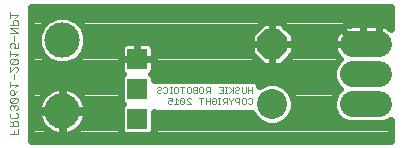
<source format=gbl>
G75*
%MOIN*%
%OFA0B0*%
%FSLAX25Y25*%
%IPPOS*%
%LPD*%
%AMOC8*
5,1,8,0,0,1.08239X$1,22.5*
%
%ADD10C,0.00300*%
%ADD11R,0.06600X0.06600*%
%ADD12C,0.10000*%
%ADD13OC8,0.10000*%
%ADD14C,0.11811*%
%ADD15C,0.08600*%
%ADD16C,0.02400*%
%ADD17C,0.03569*%
D10*
X0007350Y0007350D02*
X0009852Y0007350D01*
X0009852Y0009018D01*
X0008601Y0008184D02*
X0008601Y0007350D01*
X0008184Y0009928D02*
X0008184Y0011179D01*
X0008601Y0011596D01*
X0009435Y0011596D01*
X0009852Y0011179D01*
X0009852Y0009928D01*
X0007350Y0009928D01*
X0008184Y0010762D02*
X0007350Y0011596D01*
X0007767Y0012506D02*
X0007350Y0012923D01*
X0007350Y0013757D01*
X0007767Y0014174D01*
X0007767Y0015085D02*
X0007350Y0015502D01*
X0007350Y0016336D01*
X0007767Y0016753D01*
X0008184Y0016753D01*
X0008601Y0016336D01*
X0008601Y0015919D01*
X0008601Y0016336D02*
X0009018Y0016753D01*
X0009435Y0016753D01*
X0009852Y0016336D01*
X0009852Y0015502D01*
X0009435Y0015085D01*
X0009435Y0014174D02*
X0009852Y0013757D01*
X0009852Y0012923D01*
X0009435Y0012506D01*
X0007767Y0012506D01*
X0007767Y0017663D02*
X0009435Y0019331D01*
X0007767Y0019331D01*
X0007350Y0018914D01*
X0007350Y0018080D01*
X0007767Y0017663D01*
X0009435Y0017663D01*
X0009852Y0018080D01*
X0009852Y0018914D01*
X0009435Y0019331D01*
X0008601Y0020241D02*
X0007767Y0020241D01*
X0007350Y0020658D01*
X0007350Y0021492D01*
X0007767Y0021909D01*
X0008184Y0021909D01*
X0008601Y0021492D01*
X0008601Y0020241D01*
X0009435Y0021075D01*
X0009852Y0021909D01*
X0009018Y0022819D02*
X0009852Y0023653D01*
X0007350Y0023653D01*
X0007350Y0022819D02*
X0007350Y0024487D01*
X0008601Y0025397D02*
X0008601Y0027065D01*
X0009435Y0027976D02*
X0009852Y0028393D01*
X0009852Y0029227D01*
X0009435Y0029644D01*
X0009018Y0029644D01*
X0007350Y0027976D01*
X0007350Y0029644D01*
X0007767Y0030554D02*
X0009435Y0032222D01*
X0007767Y0032222D01*
X0007350Y0031805D01*
X0007350Y0030971D01*
X0007767Y0030554D01*
X0009435Y0030554D01*
X0009852Y0030971D01*
X0009852Y0031805D01*
X0009435Y0032222D01*
X0009018Y0033132D02*
X0009852Y0033966D01*
X0007350Y0033966D01*
X0007350Y0033132D02*
X0007350Y0034800D01*
X0007767Y0035710D02*
X0007350Y0036127D01*
X0007350Y0036961D01*
X0007767Y0037378D01*
X0008601Y0037378D01*
X0009018Y0036961D01*
X0009018Y0036544D01*
X0008601Y0035710D01*
X0009852Y0035710D01*
X0009852Y0037378D01*
X0008601Y0038288D02*
X0008601Y0039956D01*
X0007350Y0040867D02*
X0009852Y0040867D01*
X0007350Y0042535D01*
X0009852Y0042535D01*
X0009852Y0043445D02*
X0009852Y0044696D01*
X0009435Y0045113D01*
X0008601Y0045113D01*
X0008184Y0044696D01*
X0008184Y0043445D01*
X0007350Y0043445D02*
X0009852Y0043445D01*
X0009018Y0046023D02*
X0009852Y0046857D01*
X0007350Y0046857D01*
X0007350Y0046023D02*
X0007350Y0047691D01*
X0056360Y0022468D02*
X0056694Y0022802D01*
X0057361Y0022802D01*
X0057695Y0022468D01*
X0057695Y0022134D01*
X0057361Y0021801D01*
X0056694Y0021801D01*
X0056360Y0021467D01*
X0056360Y0021134D01*
X0056694Y0020800D01*
X0057361Y0020800D01*
X0057695Y0021134D01*
X0058478Y0021134D02*
X0058812Y0020800D01*
X0059479Y0020800D01*
X0059813Y0021134D01*
X0059813Y0022468D01*
X0059479Y0022802D01*
X0058812Y0022802D01*
X0058478Y0022468D01*
X0060557Y0022802D02*
X0061224Y0022802D01*
X0060891Y0022802D02*
X0060891Y0020800D01*
X0061224Y0020800D02*
X0060557Y0020800D01*
X0062008Y0021134D02*
X0062008Y0022468D01*
X0062341Y0022802D01*
X0063009Y0022802D01*
X0063342Y0022468D01*
X0063342Y0021134D01*
X0063009Y0020800D01*
X0062341Y0020800D01*
X0062008Y0021134D01*
X0064793Y0020800D02*
X0064793Y0022802D01*
X0065460Y0022802D02*
X0064126Y0022802D01*
X0066243Y0022468D02*
X0066577Y0022802D01*
X0067244Y0022802D01*
X0067578Y0022468D01*
X0067578Y0021134D01*
X0067244Y0020800D01*
X0066577Y0020800D01*
X0066243Y0021134D01*
X0066243Y0022468D01*
X0068361Y0022468D02*
X0068361Y0022134D01*
X0068695Y0021801D01*
X0069696Y0021801D01*
X0069696Y0022802D02*
X0068695Y0022802D01*
X0068361Y0022468D01*
X0068695Y0021801D02*
X0068361Y0021467D01*
X0068361Y0021134D01*
X0068695Y0020800D01*
X0069696Y0020800D01*
X0069696Y0022802D01*
X0070479Y0022468D02*
X0070813Y0022802D01*
X0071480Y0022802D01*
X0071814Y0022468D01*
X0071814Y0021134D01*
X0071480Y0020800D01*
X0070813Y0020800D01*
X0070479Y0021134D01*
X0070479Y0022468D01*
X0072597Y0022468D02*
X0072597Y0021801D01*
X0072930Y0021467D01*
X0073931Y0021467D01*
X0073264Y0021467D02*
X0072597Y0020800D01*
X0073931Y0020800D02*
X0073931Y0022802D01*
X0072930Y0022802D01*
X0072597Y0022468D01*
X0076832Y0022802D02*
X0078167Y0022802D01*
X0078167Y0020800D01*
X0076832Y0020800D01*
X0078912Y0020800D02*
X0079579Y0020800D01*
X0079245Y0020800D02*
X0079245Y0022802D01*
X0078912Y0022802D02*
X0079579Y0022802D01*
X0080362Y0022802D02*
X0081697Y0021467D01*
X0081363Y0021801D02*
X0080362Y0020800D01*
X0081697Y0020800D02*
X0081697Y0022802D01*
X0082480Y0022468D02*
X0082814Y0022802D01*
X0083481Y0022802D01*
X0083814Y0022468D01*
X0083814Y0022134D01*
X0083481Y0021801D01*
X0082814Y0021801D01*
X0082480Y0021467D01*
X0082480Y0021134D01*
X0082814Y0020800D01*
X0083481Y0020800D01*
X0083814Y0021134D01*
X0084598Y0021134D02*
X0084598Y0022802D01*
X0085932Y0022802D02*
X0085932Y0021134D01*
X0085599Y0020800D01*
X0084931Y0020800D01*
X0084598Y0021134D01*
X0086716Y0020800D02*
X0086716Y0022802D01*
X0086716Y0021801D02*
X0088050Y0021801D01*
X0088050Y0020800D02*
X0088050Y0022802D01*
X0087716Y0019352D02*
X0088050Y0019018D01*
X0088050Y0017684D01*
X0087716Y0017350D01*
X0087049Y0017350D01*
X0086716Y0017684D01*
X0085932Y0017684D02*
X0085599Y0017350D01*
X0084931Y0017350D01*
X0084598Y0017684D01*
X0084598Y0019018D01*
X0084931Y0019352D01*
X0085599Y0019352D01*
X0085932Y0019018D01*
X0085932Y0017684D01*
X0083814Y0018017D02*
X0082814Y0018017D01*
X0082480Y0018351D01*
X0082480Y0019018D01*
X0082814Y0019352D01*
X0083814Y0019352D01*
X0083814Y0017350D01*
X0081697Y0019018D02*
X0081029Y0018351D01*
X0081029Y0017350D01*
X0079579Y0017350D02*
X0079579Y0019352D01*
X0078578Y0019352D01*
X0078244Y0019018D01*
X0078244Y0018351D01*
X0078578Y0018017D01*
X0079579Y0018017D01*
X0078912Y0018017D02*
X0078244Y0017350D01*
X0077461Y0017350D02*
X0076794Y0017350D01*
X0077127Y0017350D02*
X0077127Y0019352D01*
X0076794Y0019352D02*
X0077461Y0019352D01*
X0076049Y0019018D02*
X0076049Y0017684D01*
X0075716Y0017350D01*
X0075048Y0017350D01*
X0074715Y0017684D01*
X0074715Y0018351D01*
X0075382Y0018351D01*
X0076049Y0019018D02*
X0075716Y0019352D01*
X0075048Y0019352D01*
X0074715Y0019018D01*
X0073931Y0019352D02*
X0073931Y0017350D01*
X0072597Y0017350D02*
X0072597Y0019352D01*
X0071814Y0019352D02*
X0070479Y0019352D01*
X0071146Y0019352D02*
X0071146Y0017350D01*
X0072597Y0018351D02*
X0073931Y0018351D01*
X0080362Y0019018D02*
X0080362Y0019352D01*
X0080362Y0019018D02*
X0081029Y0018351D01*
X0081697Y0019018D02*
X0081697Y0019352D01*
X0086716Y0019018D02*
X0087049Y0019352D01*
X0087716Y0019352D01*
X0078167Y0021801D02*
X0077500Y0021801D01*
X0067578Y0019018D02*
X0067244Y0019352D01*
X0066577Y0019352D01*
X0066243Y0019018D01*
X0066243Y0018684D01*
X0067578Y0017350D01*
X0066243Y0017350D01*
X0065460Y0017684D02*
X0064126Y0019018D01*
X0064126Y0017684D01*
X0064459Y0017350D01*
X0065126Y0017350D01*
X0065460Y0017684D01*
X0065460Y0019018D01*
X0065126Y0019352D01*
X0064459Y0019352D01*
X0064126Y0019018D01*
X0063342Y0018684D02*
X0062675Y0019352D01*
X0062675Y0017350D01*
X0063342Y0017350D02*
X0062008Y0017350D01*
X0061224Y0017684D02*
X0060891Y0017350D01*
X0060224Y0017350D01*
X0059890Y0017684D01*
X0059890Y0018351D01*
X0060224Y0018684D01*
X0060557Y0018684D01*
X0061224Y0018351D01*
X0061224Y0019352D01*
X0059890Y0019352D01*
D11*
X0049700Y0022200D03*
X0049700Y0012200D03*
X0049700Y0032200D03*
D12*
X0094700Y0017200D03*
D13*
X0094700Y0037200D03*
D14*
X0024700Y0038480D03*
X0024700Y0014857D03*
D15*
X0121600Y0017200D02*
X0130200Y0017200D01*
X0130200Y0027200D02*
X0121600Y0027200D01*
X0121600Y0037200D02*
X0130200Y0037200D01*
D16*
X0014200Y0049461D02*
X0014200Y0004900D01*
X0134201Y0004900D01*
X0134201Y0012008D01*
X0133882Y0011690D01*
X0131493Y0010700D01*
X0120307Y0010700D01*
X0117918Y0011690D01*
X0116090Y0013518D01*
X0115100Y0015907D01*
X0115100Y0018493D01*
X0116090Y0020882D01*
X0117408Y0022200D01*
X0116090Y0023518D01*
X0115100Y0025907D01*
X0115100Y0028493D01*
X0116090Y0030882D01*
X0117421Y0032213D01*
X0117305Y0032303D01*
X0116703Y0032905D01*
X0116184Y0033581D01*
X0115758Y0034319D01*
X0115432Y0035106D01*
X0115211Y0035929D01*
X0115100Y0036774D01*
X0115100Y0037200D01*
X0130200Y0037200D01*
X0130200Y0037200D01*
X0130200Y0043700D01*
X0130626Y0043700D01*
X0131471Y0043589D01*
X0132294Y0043368D01*
X0133081Y0043042D01*
X0133819Y0042616D01*
X0134201Y0042323D01*
X0134201Y0049461D01*
X0014200Y0049461D01*
X0014200Y0047772D02*
X0134201Y0047772D01*
X0134201Y0045373D02*
X0029238Y0045373D01*
X0029291Y0045351D02*
X0026312Y0046585D01*
X0023088Y0046585D01*
X0020109Y0045351D01*
X0017828Y0043071D01*
X0016594Y0040092D01*
X0016594Y0036867D01*
X0017828Y0033888D01*
X0020109Y0031608D01*
X0023088Y0030374D01*
X0026312Y0030374D01*
X0029291Y0031608D01*
X0031572Y0033888D01*
X0032805Y0036867D01*
X0032805Y0040092D01*
X0031572Y0043071D01*
X0029291Y0045351D01*
X0031611Y0042975D02*
X0090292Y0042975D01*
X0091718Y0044400D02*
X0087500Y0040182D01*
X0087500Y0037200D01*
X0094700Y0037200D01*
X0094700Y0037200D01*
X0094700Y0044400D01*
X0097682Y0044400D01*
X0101900Y0040182D01*
X0101900Y0037200D01*
X0094700Y0037200D01*
X0094700Y0037200D01*
X0094700Y0037200D01*
X0094700Y0044400D01*
X0091718Y0044400D01*
X0094700Y0042975D02*
X0094700Y0042975D01*
X0094700Y0040576D02*
X0094700Y0040576D01*
X0094700Y0038178D02*
X0094700Y0038178D01*
X0094700Y0037200D02*
X0087500Y0037200D01*
X0087500Y0034218D01*
X0091718Y0030000D01*
X0094700Y0030000D01*
X0097682Y0030000D01*
X0101900Y0034218D01*
X0101900Y0037200D01*
X0094700Y0037200D01*
X0094700Y0030000D01*
X0094700Y0037200D01*
X0094700Y0037200D01*
X0094700Y0035779D02*
X0094700Y0035779D01*
X0094700Y0033381D02*
X0094700Y0033381D01*
X0088337Y0033381D02*
X0055200Y0033381D01*
X0055200Y0032200D02*
X0055200Y0035790D01*
X0055050Y0036349D01*
X0054760Y0036851D01*
X0054351Y0037260D01*
X0053849Y0037550D01*
X0053290Y0037700D01*
X0049700Y0037700D01*
X0049700Y0032200D01*
X0049700Y0032200D01*
X0055200Y0032200D01*
X0049700Y0032200D01*
X0049700Y0032200D01*
X0049700Y0032200D01*
X0044200Y0032200D01*
X0044200Y0035790D01*
X0044350Y0036349D01*
X0044640Y0036851D01*
X0045049Y0037260D01*
X0045551Y0037550D01*
X0046110Y0037700D01*
X0049700Y0037700D01*
X0049700Y0032200D01*
X0044200Y0032200D01*
X0044200Y0028610D01*
X0044350Y0028051D01*
X0044640Y0027549D01*
X0044989Y0027200D01*
X0044200Y0026411D01*
X0044200Y0017989D01*
X0044989Y0017200D01*
X0044200Y0016411D01*
X0044200Y0007989D01*
X0045489Y0006700D01*
X0053911Y0006700D01*
X0055200Y0007989D01*
X0055200Y0014372D01*
X0055372Y0014200D01*
X0088149Y0014200D01*
X0088596Y0013122D01*
X0090622Y0011096D01*
X0093268Y0010000D01*
X0096132Y0010000D01*
X0098778Y0011096D01*
X0100804Y0013122D01*
X0101900Y0015768D01*
X0101900Y0018632D01*
X0100804Y0021278D01*
X0098778Y0023304D01*
X0096132Y0024400D01*
X0093268Y0024400D01*
X0090622Y0023304D01*
X0090400Y0023082D01*
X0090400Y0023775D01*
X0090200Y0023975D01*
X0090200Y0024028D01*
X0089028Y0025200D01*
X0055372Y0025200D01*
X0055200Y0025028D01*
X0055200Y0026411D01*
X0054411Y0027200D01*
X0054760Y0027549D01*
X0055050Y0028051D01*
X0055200Y0028610D01*
X0055200Y0032200D01*
X0055200Y0030982D02*
X0090736Y0030982D01*
X0094700Y0030982D02*
X0094700Y0030982D01*
X0098664Y0030982D02*
X0116190Y0030982D01*
X0115138Y0028584D02*
X0055193Y0028584D01*
X0055200Y0026185D02*
X0115100Y0026185D01*
X0115978Y0023787D02*
X0097613Y0023787D01*
X0100694Y0021388D02*
X0116596Y0021388D01*
X0115306Y0018990D02*
X0101752Y0018990D01*
X0101900Y0016591D02*
X0115100Y0016591D01*
X0115810Y0014193D02*
X0101247Y0014193D01*
X0099476Y0011794D02*
X0117814Y0011794D01*
X0133986Y0011794D02*
X0134201Y0011794D01*
X0134201Y0009396D02*
X0055200Y0009396D01*
X0055200Y0011794D02*
X0089924Y0011794D01*
X0088152Y0014193D02*
X0055200Y0014193D01*
X0044200Y0014193D02*
X0032788Y0014193D01*
X0032805Y0014326D02*
X0032805Y0014680D01*
X0024878Y0014680D01*
X0024878Y0015035D01*
X0032805Y0015035D01*
X0032805Y0015389D01*
X0032667Y0016442D01*
X0032392Y0017469D01*
X0031985Y0018450D01*
X0031454Y0019370D01*
X0030807Y0020213D01*
X0030056Y0020965D01*
X0029213Y0021611D01*
X0028293Y0022143D01*
X0027311Y0022549D01*
X0026285Y0022824D01*
X0025231Y0022963D01*
X0024878Y0022963D01*
X0024878Y0015036D01*
X0024522Y0015036D01*
X0024522Y0022963D01*
X0024169Y0022963D01*
X0023115Y0022824D01*
X0022089Y0022549D01*
X0021107Y0022143D01*
X0020187Y0021611D01*
X0019344Y0020965D01*
X0018593Y0020213D01*
X0017946Y0019370D01*
X0017415Y0018450D01*
X0017008Y0017469D01*
X0016733Y0016442D01*
X0016594Y0015389D01*
X0016594Y0015035D01*
X0024522Y0015035D01*
X0024522Y0014680D01*
X0016594Y0014680D01*
X0016594Y0014326D01*
X0016733Y0013273D01*
X0017008Y0012246D01*
X0017415Y0011265D01*
X0017946Y0010345D01*
X0018593Y0009502D01*
X0019344Y0008750D01*
X0020187Y0008104D01*
X0021107Y0007572D01*
X0022089Y0007166D01*
X0023115Y0006891D01*
X0024169Y0006752D01*
X0024522Y0006752D01*
X0024522Y0014679D01*
X0024878Y0014679D01*
X0024878Y0006752D01*
X0025231Y0006752D01*
X0026285Y0006891D01*
X0027311Y0007166D01*
X0028293Y0007572D01*
X0029213Y0008104D01*
X0030056Y0008750D01*
X0030807Y0009502D01*
X0031454Y0010345D01*
X0031985Y0011265D01*
X0032392Y0012246D01*
X0032667Y0013273D01*
X0032805Y0014326D01*
X0032627Y0016591D02*
X0044380Y0016591D01*
X0044200Y0018990D02*
X0031674Y0018990D01*
X0029504Y0021388D02*
X0044200Y0021388D01*
X0044200Y0023787D02*
X0014200Y0023787D01*
X0014200Y0021388D02*
X0019896Y0021388D01*
X0024522Y0021388D02*
X0024878Y0021388D01*
X0024878Y0018990D02*
X0024522Y0018990D01*
X0024522Y0016591D02*
X0024878Y0016591D01*
X0024878Y0014193D02*
X0024522Y0014193D01*
X0024522Y0011794D02*
X0024878Y0011794D01*
X0024878Y0009396D02*
X0024522Y0009396D01*
X0018699Y0009396D02*
X0014200Y0009396D01*
X0014200Y0011794D02*
X0017196Y0011794D01*
X0016612Y0014193D02*
X0014200Y0014193D01*
X0014200Y0016591D02*
X0016773Y0016591D01*
X0017726Y0018990D02*
X0014200Y0018990D01*
X0032204Y0011794D02*
X0044200Y0011794D01*
X0044200Y0009396D02*
X0030701Y0009396D01*
X0026682Y0006997D02*
X0045192Y0006997D01*
X0054208Y0006997D02*
X0134201Y0006997D01*
X0091787Y0023787D02*
X0090388Y0023787D01*
X0101063Y0033381D02*
X0116338Y0033381D01*
X0115251Y0035779D02*
X0101900Y0035779D01*
X0101900Y0038178D02*
X0115173Y0038178D01*
X0115211Y0038471D02*
X0115100Y0037626D01*
X0115100Y0037200D01*
X0130200Y0037200D01*
X0130200Y0043700D01*
X0121174Y0043700D01*
X0120329Y0043589D01*
X0119506Y0043368D01*
X0118719Y0043042D01*
X0117981Y0042616D01*
X0117305Y0042097D01*
X0116703Y0041495D01*
X0116184Y0040819D01*
X0115758Y0040081D01*
X0115432Y0039294D01*
X0115211Y0038471D01*
X0116044Y0040576D02*
X0101506Y0040576D01*
X0099108Y0042975D02*
X0118602Y0042975D01*
X0117200Y0042200D02*
X0125000Y0037150D01*
X0125000Y0045700D01*
X0130200Y0042975D02*
X0130200Y0042975D01*
X0133198Y0042975D02*
X0134201Y0042975D01*
X0130200Y0040576D02*
X0130200Y0040576D01*
X0130200Y0038178D02*
X0130200Y0038178D01*
X0130200Y0037200D02*
X0130200Y0037200D01*
X0087894Y0040576D02*
X0032605Y0040576D01*
X0032805Y0038178D02*
X0087500Y0038178D01*
X0087500Y0035779D02*
X0055200Y0035779D01*
X0049700Y0035779D02*
X0049700Y0035779D01*
X0049700Y0033381D02*
X0049700Y0033381D01*
X0044200Y0033381D02*
X0031064Y0033381D01*
X0032355Y0035779D02*
X0044200Y0035779D01*
X0044200Y0030982D02*
X0027780Y0030982D01*
X0021620Y0030982D02*
X0014200Y0030982D01*
X0014200Y0028584D02*
X0044207Y0028584D01*
X0044200Y0026185D02*
X0014200Y0026185D01*
X0014200Y0033381D02*
X0018336Y0033381D01*
X0017045Y0035779D02*
X0014200Y0035779D01*
X0014200Y0038178D02*
X0016594Y0038178D01*
X0016795Y0040576D02*
X0014200Y0040576D01*
X0014200Y0042975D02*
X0017789Y0042975D01*
X0020162Y0045373D02*
X0014200Y0045373D01*
X0014200Y0006997D02*
X0022718Y0006997D01*
X0024522Y0006997D02*
X0024878Y0006997D01*
D17*
X0073700Y0011700D03*
M02*

</source>
